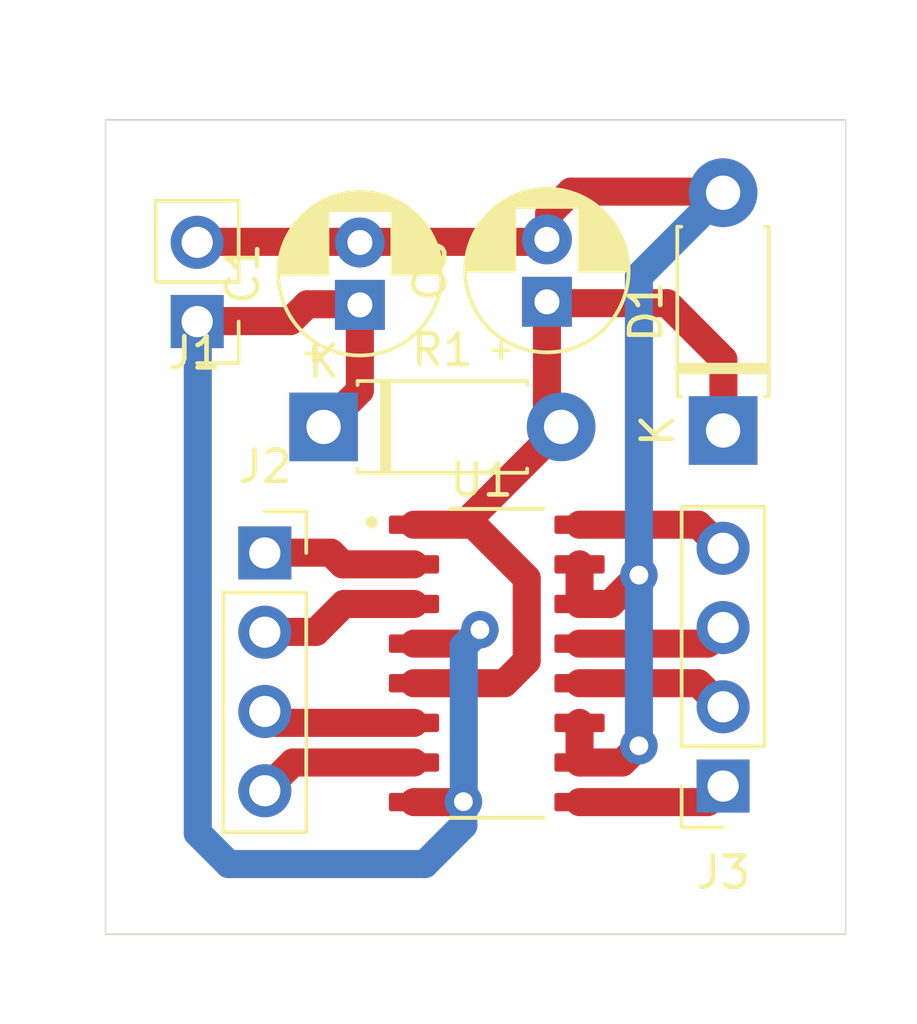
<source format=kicad_pcb>
(kicad_pcb (version 20240108) (generator "pcbnew") (generator_version "8.0")
  (layers (0 "F.Cu" signal) (31 "B.Cu" signal) (34 "B.Paste" user) (35 "F.Paste" user) (36 "B.SilkS" user "B.Silkscreen") (37 "F.SilkS" user "F.Silkscreen") (38 "B.Mask" user) (39 "F.Mask" user) (44 "Edge.Cuts" user))
  (net 0 "")
  (net 1 "GND")
  (net 2 "/vcc")
  (net 3 "Net-(J2-Pin_2)")
  (net 4 "Net-(J2-Pin_4)")
  (net 5 "Net-(J2-Pin_1)")
  (net 6 "Net-(J2-Pin_3)")
  (net 7 "Net-(J3-Pin_3)")
  (net 8 "Net-(J3-Pin_1)")
  (net 9 "Net-(J3-Pin_2)")
  (net 10 "Net-(J3-Pin_4)")
  (net 11 "/vin")
  (footprint "PVA_board:CP_Radial_D5.0mm_P2.00mm" (layer "F.Cu") (at 135.9 64.7 90)
    (property "Reference" "C3" (at -0.041 -3.75 90) (layer "F.SilkS"))
    (property "Value" "C")
    (fp_line (start -0.001 -2.58) (end -0.001 -1.04) (stroke (width 0.12)) (layer "F.SilkS"))
    (fp_line (start -0.041 -2.58) (end -0.041 -1.04) (stroke (width 0.12)) (layer "F.SilkS"))
    (fp_line (start 0.039 -2.579) (end 0.039 -1.04) (stroke (width 0.12)) (layer "F.SilkS"))
    (fp_line (start 0.079 -2.578) (end 0.079 -1.04) (stroke (width 0.12)) (layer "F.SilkS"))
    (fp_line (start 0.119 -2.576) (end 0.119 -1.04) (stroke (width 0.12)) (layer "F.SilkS"))
    (fp_line (start 0.159 -2.573) (end 0.159 -1.04) (stroke (width 0.12)) (layer "F.SilkS"))
    (fp_line (start 0.199 -2.569) (end 0.199 -1.04) (stroke (width 0.12)) (layer "F.SilkS"))
    (fp_line (start 0.239 -2.565) (end 0.239 -1.04) (stroke (width 0.12)) (layer "F.SilkS"))
    (fp_line (start 0.279 -2.561) (end 0.279 -1.04) (stroke (width 0.12)) (layer "F.SilkS"))
    (fp_line (start 0.319 -2.556) (end 0.319 -1.04) (stroke (width 0.12)) (layer "F.SilkS"))
    (fp_line (start 0.359 -2.55) (end 0.359 -1.04) (stroke (width 0.12)) (layer "F.SilkS"))
    (fp_line (start 0.399 -2.543) (end 0.399 -1.04) (stroke (width 0.12)) (layer "F.SilkS"))
    (fp_line (start 0.439 -2.536) (end 0.439 -1.04) (stroke (width 0.12)) (layer "F.SilkS"))
    (fp_line (start 0.479 -2.528) (end 0.479 -1.04) (stroke (width 0.12)) (layer "F.SilkS"))
    (fp_line (start 0.519 -2.52) (end 0.519 -1.04) (stroke (width 0.12)) (layer "F.SilkS"))
    (fp_line (start 0.559 -2.511) (end 0.559 -1.04) (stroke (width 0.12)) (layer "F.SilkS"))
    (fp_line (start 0.599 -2.501) (end 0.599 -1.04) (stroke (width 0.12)) (layer "F.SilkS"))
    (fp_line (start 0.639 -2.491) (end 0.639 -1.04) (stroke (width 0.12)) (layer "F.SilkS"))
    (fp_line (start 0.68 -2.48) (end 0.68 -1.04) (stroke (width 0.12)) (layer "F.SilkS"))
    (fp_line (start 0.72 -2.468) (end 0.72 -1.04) (stroke (width 0.12)) (layer "F.SilkS"))
    (fp_line (start 0.76 -2.455) (end 0.76 -1.04) (stroke (width 0.12)) (layer "F.SilkS"))
    (fp_line (start 0.8 -2.442) (end 0.8 -1.04) (stroke (width 0.12)) (layer "F.SilkS"))
    (fp_line (start 0.84 -2.428) (end 0.84 -1.04) (stroke (width 0.12)) (layer "F.SilkS"))
    (fp_line (start 0.88 -2.414) (end 0.88 -1.04) (stroke (width 0.12)) (layer "F.SilkS"))
    (fp_line (start 0.92 -2.398) (end 0.92 -1.04) (stroke (width 0.12)) (layer "F.SilkS"))
    (fp_line (start 0.96 -2.382) (end 0.96 -1.04) (stroke (width 0.12)) (layer "F.SilkS"))
    (fp_line (start 1 -2.365) (end 1 -1.04) (stroke (width 0.12)) (layer "F.SilkS"))
    (fp_line (start 1.04 -2.348) (end 1.04 -1.04) (stroke (width 0.12)) (layer "F.SilkS"))
    (fp_line (start 1.08 -2.329) (end 1.08 -1.04) (stroke (width 0.12)) (layer "F.SilkS"))
    (fp_line (start 1.12 -2.31) (end 1.12 -1.04) (stroke (width 0.12)) (layer "F.SilkS"))
    (fp_line (start 1.16 -2.29) (end 1.16 -1.04) (stroke (width 0.12)) (layer "F.SilkS"))
    (fp_line (start 1.2 -2.268) (end 1.2 -1.04) (stroke (width 0.12)) (layer "F.SilkS"))
    (fp_line (start 1.24 -2.247) (end 1.24 -1.04) (stroke (width 0.12)) (layer "F.SilkS"))
    (fp_line (start 1.28 -2.224) (end 1.28 -1.04) (stroke (width 0.12)) (layer "F.SilkS"))
    (fp_line (start 1.32 -2.2) (end 1.32 -1.04) (stroke (width 0.12)) (layer "F.SilkS"))
    (fp_line (start 1.36 -2.175) (end 1.36 -1.04) (stroke (width 0.12)) (layer "F.SilkS"))
    (fp_line (start 1.4 -2.149) (end 1.4 -1.04) (stroke (width 0.12)) (layer "F.SilkS"))
    (fp_line (start 1.44 -2.122) (end 1.44 -1.04) (stroke (width 0.12)) (layer "F.SilkS"))
    (fp_line (start 1.48 -2.095) (end 1.48 -1.04) (stroke (width 0.12)) (layer "F.SilkS"))
    (fp_line (start 1.52 -2.065) (end 1.52 -1.04) (stroke (width 0.12)) (layer "F.SilkS"))
    (fp_line (start 1.56 -2.035) (end 1.56 -1.04) (stroke (width 0.12)) (layer "F.SilkS"))
    (fp_line (start 1.6 -2.004) (end 1.6 -1.04) (stroke (width 0.12)) (layer "F.SilkS"))
    (fp_line (start 1.64 -1.971) (end 1.64 -1.04) (stroke (width 0.12)) (layer "F.SilkS"))
    (fp_line (start 1.68 -1.937) (end 1.68 -1.04) (stroke (width 0.12)) (layer "F.SilkS"))
    (fp_line (start 1.72 -1.901) (end 1.72 -1.04) (stroke (width 0.12)) (layer "F.SilkS"))
    (fp_line (start 1.76 -1.864) (end 1.76 -1.04) (stroke (width 0.12)) (layer "F.SilkS"))
    (fp_line (start 1.8 -1.826) (end 1.8 -1.04) (stroke (width 0.12)) (layer "F.SilkS"))
    (fp_line (start 1.84 -1.785) (end 1.84 -1.04) (stroke (width 0.12)) (layer "F.SilkS"))
    (fp_line (start 1.88 -1.743) (end 1.88 -1.04) (stroke (width 0.12)) (layer "F.SilkS"))
    (fp_line (start -2.595775 -1.725) (end -2.595775 -1.225) (stroke (width 0.12)) (layer "F.SilkS"))
    (fp_line (start 1.92 -1.699) (end 1.92 -1.04) (stroke (width 0.12)) (layer "F.SilkS"))
    (fp_line (start 1.96 -1.653) (end 1.96 -1.04) (stroke (width 0.12)) (layer "F.SilkS"))
    (fp_line (start 2 -1.605) (end 2 1.605) (stroke (width 0.12)) (layer "F.SilkS"))
    (fp_line (start 2.04 -1.554) (end 2.04 1.554) (stroke (width 0.12)) (layer "F.SilkS"))
    (fp_line (start 2.08 -1.5) (end 2.08 1.5) (stroke (width 0.12)) (layer "F.SilkS"))
    (fp_line (start -2.845775 -1.475) (end -2.345775 -1.475) (stroke (width 0.12)) (layer "F.SilkS"))
    (fp_line (start 2.12 -1.443) (end 2.12 1.443) (stroke (width 0.12)) (layer "F.SilkS"))
    (fp_line (start 2.16 -1.383) (end 2.16 1.383) (stroke (width 0.12)) (layer "F.SilkS"))
    (fp_line (start 2.2 -1.319) (end 2.2 1.319) (stroke (width 0.12)) (layer "F.SilkS"))
    (fp_line (start 2.24 -1.251) (end 2.24 1.251) (stroke (width 0.12)) (layer "F.SilkS"))
    (fp_line (start 2.28 -1.178) (end 2.28 1.178) (stroke (width 0.12)) (layer "F.SilkS"))
    (fp_line (start 2.32 -1.098) (end 2.32 1.098) (stroke (width 0.12)) (layer "F.SilkS"))
    (fp_line (start 2.36 -1.011) (end 2.36 1.011) (stroke (width 0.12)) (layer "F.SilkS"))
    (fp_line (start 2.4 -0.915) (end 2.4 0.915) (stroke (width 0.12)) (layer "F.SilkS"))
    (fp_line (start 2.44 -0.805) (end 2.44 0.805) (stroke (width 0.12)) (layer "F.SilkS"))
    (fp_line (start 2.48 -0.677) (end 2.48 0.677) (stroke (width 0.12)) (layer "F.SilkS"))
    (fp_line (start 2.52 -0.518) (end 2.52 0.518) (stroke (width 0.12)) (layer "F.SilkS"))
    (fp_line (start 2.56 -0.284) (end 2.56 0.284) (stroke (width 0.12)) (layer "F.SilkS"))
    (fp_line (start 1.96 1.04) (end 1.96 1.653) (stroke (width 0.12)) (layer "F.SilkS"))
    (fp_line (start 1.92 1.04) (end 1.92 1.699) (stroke (width 0.12)) (layer "F.SilkS"))
    (fp_line (start 1.88 1.04) (end 1.88 1.743) (stroke (width 0.12)) (layer "F.SilkS"))
    (fp_line (start 1.84 1.04) (end 1.84 1.785) (stroke (width 0.12)) (layer "F.SilkS"))
    (fp_line (start 1.8 1.04) (end 1.8 1.826) (stroke (width 0.12)) (layer "F.SilkS"))
    (fp_line (start 1.76 1.04) (end 1.76 1.864) (stroke (width 0.12)) (layer "F.SilkS"))
    (fp_line (start 1.72 1.04) (end 1.72 1.901) (stroke (width 0.12)) (layer "F.SilkS"))
    (fp_line (start 1.68 1.04) (end 1.68 1.937) (stroke (width 0.12)) (layer "F.SilkS"))
    (fp_line (start 1.64 1.04) (end 1.64 1.971) (stroke (width 0.12)) (layer "F.SilkS"))
    (fp_line (start 1.6 1.04) (end 1.6 2.004) (stroke (width 0.12)) (layer "F.SilkS"))
    (fp_line (start 1.56 1.04) (end 1.56 2.035) (stroke (width 0.12)) (layer "F.SilkS"))
    (fp_line (start 1.52 1.04) (end 1.52 2.065) (stroke (width 0.12)) (layer "F.SilkS"))
    (fp_line (start 1.48 1.04) (end 1.48 2.095) (stroke (width 0.12)) (layer "F.SilkS"))
    (fp_line (start 1.44 1.04) (end 1.44 2.122) (stroke (width 0.12)) (layer "F.SilkS"))
    (fp_line (start 1.4 1.04) (end 1.4 2.149) (stroke (width 0.12)) (layer "F.SilkS"))
    (fp_line (start 1.36 1.04) (end 1.36 2.175) (stroke (width 0.12)) (layer "F.SilkS"))
    (fp_line (start 1.32 1.04) (end 1.32 2.2) (stroke (width 0.12)) (layer "F.SilkS"))
    (fp_line (start 1.28 1.04) (end 1.28 2.224) (stroke (width 0.12)) (layer "F.SilkS"))
    (fp_line (start 1.24 1.04) (end 1.24 2.247) (stroke (width 0.12)) (layer "F.SilkS"))
    (fp_line (start 1.2 1.04) (end 1.2 2.268) (stroke (width 0.12)) (layer "F.SilkS"))
    (fp_line (start 1.16 1.04) (end 1.16 2.29) (stroke (width 0.12)) (layer "F.SilkS"))
    (fp_line (start 1.12 1.04) (end 1.12 2.31) (stroke (width 0.12)) (layer "F.SilkS"))
    (fp_line (start 1.08 1.04) (end 1.08 2.329) (stroke (width 0.12)) (layer "F.SilkS"))
    (fp_line (start 1.04 1.04) (end 1.04 2.348) (stroke (width 0.12)) (layer "F.SilkS"))
    (fp_line (start 1 1.04) (end 1 2.365) (stroke (width 0.12)) (layer "F.SilkS"))
    (fp_line (start 0.96 1.04) (end 0.96 2.382) (stroke (width 0.12)) (layer "F.SilkS"))
    (fp_line (start 0.92 1.04) (end 0.92 2.398) (stroke (width 0.12)) (layer "F.SilkS"))
    (fp_line (start 0.88 1.04) (end 0.88 2.414) (stroke (width 0.12)) (layer "F.SilkS"))
    (fp_line (start 0.84 1.04) (end 0.84 2.428) (stroke (width 0.12)) (layer "F.SilkS"))
    (fp_line (start 0.8 1.04) (end 0.8 2.442) (stroke (width 0.12)) (layer "F.SilkS"))
    (fp_line (start 0.76 1.04) (end 0.76 2.455) (stroke (width 0.12)) (layer "F.SilkS"))
    (fp_line (start 0.72 1.04) (end 0.72 2.468) (stroke (width 0.12)) (layer "F.SilkS"))
    (fp_line (start 0.68 1.04) (end 0.68 2.48) (stroke (width 0.12)) (layer "F.SilkS"))
    (fp_line (start 0.639 1.04) (end 0.639 2.491) (stroke (width 0.12)) (layer "F.SilkS"))
    (fp_line (start 0.599 1.04) (end 0.599 2.501) (stroke (width 0.12)) (layer "F.SilkS"))
    (fp_line (start 0.559 1.04) (end 0.559 2.511) (stroke (width 0.12)) (layer "F.SilkS"))
    (fp_line (start 0.519 1.04) (end 0.519 2.52) (stroke (width 0.12)) (layer "F.SilkS"))
    (fp_line (start 0.479 1.04) (end 0.479 2.528) (stroke (width 0.12)) (layer "F.SilkS"))
    (fp_line (start 0.439 1.04) (end 0.439 2.536) (stroke (width 0.12)) (layer "F.SilkS"))
    (fp_line (start 0.399 1.04) (end 0.399 2.543) (stroke (width 0.12)) (layer "F.SilkS"))
    (fp_line (start 0.359 1.04) (end 0.359 2.55) (stroke (width 0.12)) (layer "F.SilkS"))
    (fp_line (start 0.319 1.04) (end 0.319 2.556) (stroke (width 0.12)) (layer "F.SilkS"))
    (fp_line (start 0.279 1.04) (end 0.279 2.561) (stroke (width 0.12)) (layer "F.SilkS"))
    (fp_line (start 0.239 1.04) (end 0.239 2.565) (stroke (width 0.12)) (layer "F.SilkS"))
    (fp_line (start 0.199 1.04) (end 0.199 2.569) (stroke (width 0.12)) (layer "F.SilkS"))
    (fp_line (start 0.159 1.04) (end 0.159 2.573) (stroke (width 0.12)) (layer "F.SilkS"))
    (fp_line (start 0.119 1.04) (end 0.119 2.576) (stroke (width 0.12)) (layer "F.SilkS"))
    (fp_line (start 0.079 1.04) (end 0.079 2.578) (stroke (width 0.12)) (layer "F.SilkS"))
    (fp_line (start 0.039 1.04) (end 0.039 2.579) (stroke (width 0.12)) (layer "F.SilkS"))
    (fp_line (start -0.001 1.04) (end -0.001 2.58) (stroke (width 0.12)) (layer "F.SilkS"))
    (fp_line (start -0.041 1.04) (end -0.041 2.58) (stroke (width 0.12)) (layer "F.SilkS"))
    (fp_circle (center -0.041 0) (end 2.579 0) (stroke (width 0.12)) (fill none) (layer "F.SilkS"))
    (pad "1" thru_hole rect (at -1.041 0 90) (size 1.6 1.6) (drill 0.8) (layers "*.Cu" "*.Mask") (net 2 "/vcc"))
    (pad "2" thru_hole circle (at 0.959 0 90) (size 1.6 1.6) (drill 0.8) (layers "*.Cu" "*.Mask") (net 1 "GND"))
  )
  (footprint "PVA_board:D_DO-41_SOD81_P7.62mm_Horizontal" (layer "F.Cu") (at 132.5 69.75)
    (property "Reference" "R1" (at 0.045 -2.47 0) (layer "F.SilkS"))
    (property "Value" "R")
    (fp_line (start -2.675 -1.47) (end 2.765 -1.47) (stroke (width 0.12)) (layer "F.SilkS"))
    (fp_line (start -2.675 -1.34) (end -2.675 -1.47) (stroke (width 0.12)) (layer "F.SilkS"))
    (fp_line (start -2.675 1.34) (end -2.675 1.47) (stroke (width 0.12)) (layer "F.SilkS"))
    (fp_line (start -2.675 1.47) (end 2.765 1.47) (stroke (width 0.12)) (layer "F.SilkS"))
    (fp_line (start -1.895 -1.47) (end -1.895 1.47) (stroke (width 0.12)) (layer "F.SilkS"))
    (fp_line (start -1.775 -1.47) (end -1.775 1.47) (stroke (width 0.12)) (layer "F.SilkS"))
    (fp_line (start -1.655 -1.47) (end -1.655 1.47) (stroke (width 0.12)) (layer "F.SilkS"))
    (fp_line (start 2.765 -1.47) (end 2.765 -1.34) (stroke (width 0.12)) (layer "F.SilkS"))
    (fp_line (start 2.765 1.47) (end 2.765 1.34) (stroke (width 0.12)) (layer "F.SilkS"))
    (fp_text user "K" (at -3.765 -2.1 0) (layer "F.SilkS"))
    (pad "1" thru_hole rect (at -3.765 0) (size 2.2 2.2) (drill 1.1) (layers "*.Cu" "*.Mask") (net 11 "/vin"))
    (pad "2" thru_hole oval (at 3.855 0) (size 2.2 2.2) (drill 1.1) (layers "*.Cu" "*.Mask") (net 2 "/vcc"))
  )
  (footprint "PVA_board:D_DO-41_SOD81_P7.62mm_Horizontal" (layer "F.Cu") (at 141.55 66.1 90)
    (property "Reference" "D1" (at 0.045 -2.47 90) (layer "F.SilkS"))
    (property "Value" "D")
    (fp_line (start 2.765 -1.47) (end 2.765 -1.34) (stroke (width 0.12)) (layer "F.SilkS"))
    (fp_line (start -1.655 -1.47) (end -1.655 1.47) (stroke (width 0.12)) (layer "F.SilkS"))
    (fp_line (start -1.775 -1.47) (end -1.775 1.47) (stroke (width 0.12)) (layer "F.SilkS"))
    (fp_line (start -1.895 -1.47) (end -1.895 1.47) (stroke (width 0.12)) (layer "F.SilkS"))
    (fp_line (start -2.675 -1.47) (end 2.765 -1.47) (stroke (width 0.12)) (layer "F.SilkS"))
    (fp_line (start -2.675 -1.34) (end -2.675 -1.47) (stroke (width 0.12)) (layer "F.SilkS"))
    (fp_line (start -2.675 1.34) (end -2.675 1.47) (stroke (width 0.12)) (layer "F.SilkS"))
    (fp_line (start 2.765 1.47) (end 2.765 1.34) (stroke (width 0.12)) (layer "F.SilkS"))
    (fp_line (start -2.675 1.47) (end 2.765 1.47) (stroke (width 0.12)) (layer "F.SilkS"))
    (fp_text user "K" (at -3.765 -2.1 90) (layer "F.SilkS"))
    (pad "1" thru_hole rect (at -3.765 0 90) (size 2.2 2.2) (drill 1.1) (layers "*.Cu" "*.Mask") (net 2 "/vcc"))
    (pad "2" thru_hole oval (at 3.855 0 90) (size 2.2 2.2) (drill 1.1) (layers "*.Cu" "*.Mask") (net 1 "GND"))
  )
  (footprint "PVA_board:PinHeader_1x02_P2.54mm_Vertical" (layer "F.Cu") (at 124.6 65.055 180)
    (property "Reference" "J1" (at 0 -2.33 0) (layer "F.SilkS"))
    (property "Value" "Conn_01x02_Pin")
    (fp_line (start 1.25 -0.05) (end 1.25 2.55) (stroke (width 0.12)) (layer "F.SilkS"))
    (fp_line (start -1.41 2.55) (end 1.25 2.55) (stroke (width 0.12)) (layer "F.SilkS"))
    (fp_line (start -1.41 -0.05) (end 1.25 -0.05) (stroke (width 0.12)) (layer "F.SilkS"))
    (fp_line (start -1.41 -0.05) (end -1.41 2.55) (stroke (width 0.12)) (layer "F.SilkS"))
    (fp_line (start -1.41 -1.32) (end -1.41 -2.65) (stroke (width 0.12)) (layer "F.SilkS"))
    (fp_line (start -1.41 -2.65) (end -0.08 -2.65) (stroke (width 0.12)) (layer "F.SilkS"))
    (pad "1" thru_hole rect (at -0.08 -1.32 180) (size 1.7 1.7) (drill 1) (layers "*.Cu" "*.Mask") (net 11 "/vin"))
    (pad "2" thru_hole oval (at -0.08 1.22 180) (size 1.7 1.7) (drill 1) (layers "*.Cu" "*.Mask") (net 1 "GND"))
  )
  (footprint "PVA_board:mx1508" (layer "F.Cu") (at 134.29 77.33)
    (property "Reference" "U1" (at -0.485 -5.872 0) (layer "F.SilkS"))
    (property "Value" "MX1508")
    (fp_line (start -1.5 -4.95) (end 1.5 -4.95) (stroke (width 0.127)) (layer "F.SilkS"))
    (fp_line (start -1.5 4.95) (end 1.5 4.95) (stroke (width 0.127)) (layer "F.SilkS"))
    (fp_circle (center -4.011 -4.527) (end -3.911 -4.527) (stroke (width 0.2)) (fill none) (layer "F.SilkS"))
    (pad "1" smd roundrect (at -2.655 -4.445) (size 1.61 0.59) (layers "F.Cu" "F.Paste" "F.Mask") (roundrect_rratio 0.125) (net 2 "/vcc"))
    (pad "2" smd roundrect (at -2.655 -3.175) (size 1.61 0.59) (layers "F.Cu" "F.Paste" "F.Mask") (roundrect_rratio 0.125) (net 5 "Net-(J2-Pin_1)"))
    (pad "3" smd roundrect (at -2.655 -1.905) (size 1.61 0.59) (layers "F.Cu" "F.Paste" "F.Mask") (roundrect_rratio 0.125) (net 3 "Net-(J2-Pin_2)"))
    (pad "4" smd roundrect (at -2.655 -0.635) (size 1.61 0.59) (layers "F.Cu" "F.Paste" "F.Mask") (roundrect_rratio 0.125) (net 11 "/vin"))
    (pad "5" smd roundrect (at -2.655 0.635) (size 1.61 0.59) (layers "F.Cu" "F.Paste" "F.Mask") (roundrect_rratio 0.125) (net 2 "/vcc"))
    (pad "6" smd roundrect (at -2.655 1.905) (size 1.61 0.59) (layers "F.Cu" "F.Paste" "F.Mask") (roundrect_rratio 0.125) (net 6 "Net-(J2-Pin_3)"))
    (pad "7" smd roundrect (at -2.655 3.175) (size 1.61 0.59) (layers "F.Cu" "F.Paste" "F.Mask") (roundrect_rratio 0.125) (net 4 "Net-(J2-Pin_4)"))
    (pad "8" smd roundrect (at -2.655 4.445) (size 1.61 0.59) (layers "F.Cu" "F.Paste" "F.Mask") (roundrect_rratio 0.125) (net 11 "/vin"))
    (pad "9" smd roundrect (at 2.655 4.445) (size 1.61 0.59) (layers "F.Cu" "F.Paste" "F.Mask") (roundrect_rratio 0.125) (net 8 "Net-(J3-Pin_1)"))
    (pad "10" smd roundrect (at 2.655 3.175) (size 1.61 0.59) (layers "F.Cu" "F.Paste" "F.Mask") (roundrect_rratio 0.125) (net 1 "GND"))
    (pad "11" smd roundrect (at 2.655 1.905) (size 1.61 0.59) (layers "F.Cu" "F.Paste" "F.Mask") (roundrect_rratio 0.125) (net 1 "GND"))
    (pad "12" smd roundrect (at 2.655 0.635) (size 1.61 0.59) (layers "F.Cu" "F.Paste" "F.Mask") (roundrect_rratio 0.125) (net 9 "Net-(J3-Pin_2)"))
    (pad "13" smd roundrect (at 2.655 -0.635) (size 1.61 0.59) (layers "F.Cu" "F.Paste" "F.Mask") (roundrect_rratio 0.125) (net 7 "Net-(J3-Pin_3)"))
    (pad "14" smd roundrect (at 2.655 -1.905) (size 1.61 0.59) (layers "F.Cu" "F.Paste" "F.Mask") (roundrect_rratio 0.125) (net 1 "GND"))
    (pad "15" smd roundrect (at 2.655 -3.175) (size 1.61 0.59) (layers "F.Cu" "F.Paste" "F.Mask") (roundrect_rratio 0.125) (net 1 "GND"))
    (pad "16" smd roundrect (at 2.655 -4.445) (size 1.61 0.59) (layers "F.Cu" "F.Paste" "F.Mask") (roundrect_rratio 0.125) (net 10 "Net-(J3-Pin_4)"))
  )
  (footprint "PVA_board:CP_Radial_D5.0mm_P2.00mm" (layer "F.Cu") (at 129.9 64.8 90)
    (property "Reference" "C1" (at -0.041 -3.75 90) (layer "F.SilkS"))
    (property "Value" "C")
    (fp_line (start -0.001 -2.58) (end -0.001 -1.04) (stroke (width 0.12)) (layer "F.SilkS"))
    (fp_line (start -0.041 -2.58) (end -0.041 -1.04) (stroke (width 0.12)) (layer "F.SilkS"))
    (fp_line (start 0.039 -2.579) (end 0.039 -1.04) (stroke (width 0.12)) (layer "F.SilkS"))
    (fp_line (start 0.079 -2.578) (end 0.079 -1.04) (stroke (width 0.12)) (layer "F.SilkS"))
    (fp_line (start 0.119 -2.576) (end 0.119 -1.04) (stroke (width 0.12)) (layer "F.SilkS"))
    (fp_line (start 0.159 -2.573) (end 0.159 -1.04) (stroke (width 0.12)) (layer "F.SilkS"))
    (fp_line (start 0.199 -2.569) (end 0.199 -1.04) (stroke (width 0.12)) (layer "F.SilkS"))
    (fp_line (start 0.239 -2.565) (end 0.239 -1.04) (stroke (width 0.12)) (layer "F.SilkS"))
    (fp_line (start 0.279 -2.561) (end 0.279 -1.04) (stroke (width 0.12)) (layer "F.SilkS"))
    (fp_line (start 0.319 -2.556) (end 0.319 -1.04) (stroke (width 0.12)) (layer "F.SilkS"))
    (fp_line (start 0.359 -2.55) (end 0.359 -1.04) (stroke (width 0.12)) (layer "F.SilkS"))
    (fp_line (start 0.399 -2.543) (end 0.399 -1.04) (stroke (width 0.12)) (layer "F.SilkS"))
    (fp_line (start 0.439 -2.536) (end 0.439 -1.04) (stroke (width 0.12)) (layer "F.SilkS"))
    (fp_line (start 0.479 -2.528) (end 0.479 -1.04) (stroke (width 0.12)) (layer "F.SilkS"))
    (fp_line (start 0.519 -2.52) (end 0.519 -1.04) (stroke (width 0.12)) (layer "F.SilkS"))
    (fp_line (start 0.559 -2.511) (end 0.559 -1.04) (stroke (width 0.12)) (layer "F.SilkS"))
    (fp_line (start 0.599 -2.501) (end 0.599 -1.04) (stroke (width 0.12)) (layer "F.SilkS"))
    (fp_line (start 0.639 -2.491) (end 0.639 -1.04) (stroke (width 0.12)) (layer "F.SilkS"))
    (fp_line (start 0.68 -2.48) (end 0.68 -1.04) (stroke (width 0.12)) (layer "F.SilkS"))
    (fp_line (start 0.72 -2.468) (end 0.72 -1.04) (stroke (width 0.12)) (layer "F.SilkS"))
    (fp_line (start 0.76 -2.455) (end 0.76 -1.04) (stroke (width 0.12)) (layer "F.SilkS"))
    (fp_line (start 0.8 -2.442) (end 0.8 -1.04) (stroke (width 0.12)) (layer "F.SilkS"))
    (fp_line (start 0.84 -2.428) (end 0.84 -1.04) (stroke (width 0.12)) (layer "F.SilkS"))
    (fp_line (start 0.88 -2.414) (end 0.88 -1.04) (stroke (width 0.12)) (layer "F.SilkS"))
    (fp_line (start 0.92 -2.398) (end 0.92 -1.04) (stroke (width 0.12)) (layer "F.SilkS"))
    (fp_line (start 0.96 -2.382) (end 0.96 -1.04) (stroke (width 0.12)) (layer "F.SilkS"))
    (fp_line (start 1 -2.365) (end 1 -1.04) (stroke (width 0.12)) (layer "F.SilkS"))
    (fp_line (start 1.04 -2.348) (end 1.04 -1.04) (stroke (width 0.12)) (layer "F.SilkS"))
    (fp_line (start 1.08 -2.329) (end 1.08 -1.04) (stroke (width 0.12)) (layer "F.SilkS"))
    (fp_line (start 1.12 -2.31) (end 1.12 -1.04) (stroke (width 0.12)) (layer "F.SilkS"))
    (fp_line (start 1.16 -2.29) (end 1.16 -1.04) (stroke (width 0.12)) (layer "F.SilkS"))
    (fp_line (start 1.2 -2.268) (end 1.2 -1.04) (stroke (width 0.12)) (layer "F.SilkS"))
    (fp_line (start 1.24 -2.247) (end 1.24 -1.04) (stroke (width 0.12)) (layer "F.SilkS"))
    (fp_line (start 1.28 -2.224) (end 1.28 -1.04) (stroke (width 0.12)) (layer "F.SilkS"))
    (fp_line (start 1.32 -2.2) (end 1.32 -1.04) (stroke (width 0.12)) (layer "F.SilkS"))
    (fp_line (start 1.36 -2.175) (end 1.36 -1.04) (stroke (width 0.12)) (layer "F.SilkS"))
    (fp_line (start 1.4 -2.149) (end 1.4 -1.04) (stroke (width 0.12)) (layer "F.SilkS"))
    (fp_line (start 1.44 -2.122) (end 1.44 -1.04) (stroke (width 0.12)) (layer "F.SilkS"))
    (fp_line (start 1.48 -2.095) (end 1.48 -1.04) (stroke (width 0.12)) (layer "F.SilkS"))
    (fp_line (start 1.52 -2.065) (end 1.52 -1.04) (stroke (width 0.12)) (layer "F.SilkS"))
    (fp_line (start 1.56 -2.035) (end 1.56 -1.04) (stroke (width 0.12)) (layer "F.SilkS"))
    (fp_line (start 1.6 -2.004) (end 1.6 -1.04) (stroke (width 0.12)) (layer "F.SilkS"))
    (fp_line (start 1.64 -1.971) (end 1.64 -1.04) (stroke (width 0.12)) (layer "F.SilkS"))
    (fp_line (start 1.68 -1.937) (end 1.68 -1.04) (stroke (width 0.12)) (layer "F.SilkS"))
    (fp_line (start 1.72 -1.901) (end 1.72 -1.04) (stroke (width 0.12)) (layer "F.SilkS"))
    (fp_line (start 1.76 -1.864) (end 1.76 -1.04) (stroke (width 0.12)) (layer "F.SilkS"))
    (fp_line (start 1.8 -1.826) (end 1.8 -1.04) (stroke (width 0.12)) (layer "F.SilkS"))
    (fp_line (start 1.84 -1.785) (end 1.84 -1.04) (stroke (width 0.12)) (layer "F.SilkS"))
    (fp_line (start 1.88 -1.743) (end 1.88 -1.04) (stroke (width 0.12)) (layer "F.SilkS"))
    (fp_line (start -2.595775 -1.725) (end -2.595775 -1.225) (stroke (width 0.12)) (layer "F.SilkS"))
    (fp_line (start 1.92 -1.699) (end 1.92 -1.04) (stroke (width 0.12)) (layer "F.SilkS"))
    (fp_line (start 1.96 -1.653) (end 1.96 -1.04) (stroke (width 0.12)) (layer "F.SilkS"))
    (fp_line (start 2 -1.605) (end 2 1.605) (stroke (width 0.12)) (layer "F.SilkS"))
    (fp_line (start 2.04 -1.554) (end 2.04 1.554) (stroke (width 0.12)) (layer "F.SilkS"))
    (fp_line (start 2.08 -1.5) (end 2.08 1.5) (stroke (width 0.12)) (layer "F.SilkS"))
    (fp_line (start -2.845775 -1.475) (end -2.345775 -1.475) (stroke (width 0.12)) (layer "F.SilkS"))
    (fp_line (start 2.12 -1.443) (end 2.12 1.443) (stroke (width 0.12)) (layer "F.SilkS"))
    (fp_line (start 2.16 -1.383) (end 2.16 1.383) (stroke (width 0.12)) (layer "F.SilkS"))
    (fp_line (start 2.2 -1.319) (end 2.2 1.319) (stroke (width 0.12)) (layer "F.SilkS"))
    (fp_line (start 2.24 -1.251) (end 2.24 1.251) (stroke (width 0.12)) (layer "F.SilkS"))
    (fp_line (start 2.28 -1.178) (end 2.28 1.178) (stroke (width 0.12)) (layer "F.SilkS"))
    (fp_line (start 2.32 -1.098) (end 2.32 1.098) (stroke (width 0.12)) (layer "F.SilkS"))
    (fp_line (start 2.36 -1.011) (end 2.36 1.011) (stroke (width 0.12)) (layer "F.SilkS"))
    (fp_line (start 2.4 -0.915) (end 2.4 0.915) (stroke (width 0.12)) (layer "F.SilkS"))
    (fp_line (start 2.44 -0.805) (end 2.44 0.805) (stroke (width 0.12)) (layer "F.SilkS"))
    (fp_line (start 2.48 -0.677) (end 2.48 0.677) (stroke (width 0.12)) (layer "F.SilkS"))
    (fp_line (start 2.52 -0.518) (end 2.52 0.518) (stroke (width 0.12)) (layer "F.SilkS"))
    (fp_line (start 2.56 -0.284) (end 2.56 0.284) (stroke (width 0.12)) (layer "F.SilkS"))
    (fp_line (start 1.96 1.04) (end 1.96 1.653) (stroke (width 0.12)) (layer "F.SilkS"))
    (fp_line (start 1.92 1.04) (end 1.92 1.699) (stroke (width 0.12)) (layer "F.SilkS"))
    (fp_line (start 1.88 1.04) (end 1.88 1.743) (stroke (width 0.12)) (layer "F.SilkS"))
    (fp_line (start 1.84 1.04) (end 1.84 1.785) (stroke (width 0.12)) (layer "F.SilkS"))
    (fp_line (start 1.8 1.04) (end 1.8 1.826) (stroke (width 0.12)) (layer "F.SilkS"))
    (fp_line (start 1.76 1.04) (end 1.76 1.864) (stroke (width 0.12)) (layer "F.SilkS"))
    (fp_line (start 1.72 1.04) (end 1.72 1.901) (stroke (width 0.12)) (layer "F.SilkS"))
    (fp_line (start 1.68 1.04) (end 1.68 1.937) (stroke (width 0.12)) (layer "F.SilkS"))
    (fp_line (start 1.64 1.04) (end 1.64 1.971) (stroke (width 0.12)) (layer "F.SilkS"))
    (fp_line (start 1.6 1.04) (end 1.6 2.004) (stroke (width 0.12)) (layer "F.SilkS"))
    (fp_line (start 1.56 1.04) (end 1.56 2.035) (stroke (width 0.12)) (layer "F.SilkS"))
    (fp_line (start 1.52 1.04) (end 1.52 2.065) (stroke (width 0.12)) (layer "F.SilkS"))
    (fp_line (start 1.48 1.04) (end 1.48 2.095) (stroke (width 0.12)) (layer "F.SilkS"))
    (fp_line (start 1.44 1.04) (end 1.44 2.122) (stroke (width 0.12)) (layer "F.SilkS"))
    (fp_line (start 1.4 1.04) (end 1.4 2.149) (stroke (width 0.12)) (layer "F.SilkS"))
    (fp_line (start 1.36 1.04) (end 1.36 2.175) (stroke (width 0.12)) (layer "F.SilkS"))
    (fp_line (start 1.32 1.04) (end 1.32 2.2) (stroke (width 0.12)) (layer "F.SilkS"))
    (fp_line (start 1.28 1.04) (end 1.28 2.224) (stroke (width 0.12)) (layer "F.SilkS"))
    (fp_line (start 1.24 1.04) (end 1.24 2.247) (stroke (width 0.12)) (layer "F.SilkS"))
    (fp_line (start 1.2 1.04) (end 1.2 2.268) (stroke (width 0.12)) (layer "F.SilkS"))
    (fp_line (start 1.16 1.04) (end 1.16 2.29) (stroke (width 0.12)) (layer "F.SilkS"))
    (fp_line (start 1.12 1.04) (end 1.12 2.31) (stroke (width 0.12)) (layer "F.SilkS"))
    (fp_line (start 1.08 1.04) (end 1.08 2.329) (stroke (width 0.12)) (layer "F.SilkS"))
    (fp_line (start 1.04 1.04) (end 1.04 2.348) (stroke (width 0.12)) (layer "F.SilkS"))
    (fp_line (start 1 1.04) (end 1 2.365) (stroke (width 0.12)) (layer "F.SilkS"))
    (fp_line (start 0.96 1.04) (end 0.96 2.382) (stroke (width 0.12)) (layer "F.SilkS"))
    (fp_line (start 0.92 1.04) (end 0.92 2.398) (stroke (width 0.12)) (layer "F.SilkS"))
    (fp_line (start 0.88 1.04) (end 0.88 2.414) (stroke (width 0.12)) (layer "F.SilkS"))
    (fp_line (start 0.84 1.04) (end 0.84 2.428) (stroke (width 0.12)) (layer "F.SilkS"))
    (fp_line (start 0.8 1.04) (end 0.8 2.442) (stroke (width 0.12)) (layer "F.SilkS"))
    (fp_line (start 0.76 1.04) (end 0.76 2.455) (stroke (width 0.12)) (layer "F.SilkS"))
    (fp_line (start 0.72 1.04) (end 0.72 2.468) (stroke (width 0.12)) (layer "F.SilkS"))
    (fp_line (start 0.68 1.04) (end 0.68 2.48) (stroke (width 0.12)) (layer "F.SilkS"))
    (fp_line (start 0.639 1.04) (end 0.639 2.491) (stroke (width 0.12)) (layer "F.SilkS"))
    (fp_line (start 0.599 1.04) (end 0.599 2.501) (stroke (width 0.12)) (layer "F.SilkS"))
    (fp_line (start 0.559 1.04) (end 0.559 2.511) (stroke (width 0.12)) (layer "F.SilkS"))
    (fp_line (start 0.519 1.04) (end 0.519 2.52) (stroke (width 0.12)) (layer "F.SilkS"))
    (fp_line (start 0.479 1.04) (end 0.479 2.528) (stroke (width 0.12)) (layer "F.SilkS"))
    (fp_line (start 0.439 1.04) (end 0.439 2.536) (stroke (width 0.12)) (layer "F.SilkS"))
    (fp_line (start 0.399 1.04) (end 0.399 2.543) (stroke (width 0.12)) (layer "F.SilkS"))
    (fp_line (start 0.359 1.04) (end 0.359 2.55) (stroke (width 0.12)) (layer "F.SilkS"))
    (fp_line (start 0.319 1.04) (end 0.319 2.556) (stroke (width 0.12)) (layer "F.SilkS"))
    (fp_line (start 0.279 1.04) (end 0.279 2.561) (stroke (width 0.12)) (layer "F.SilkS"))
    (fp_line (start 0.239 1.04) (end 0.239 2.565) (stroke (width 0.12)) (layer "F.SilkS"))
    (fp_line (start 0.199 1.04) (end 0.199 2.569) (stroke (width 0.12)) (layer "F.SilkS"))
    (fp_line (start 0.159 1.04) (end 0.159 2.573) (stroke (width 0.12)) (layer "F.SilkS"))
    (fp_line (start 0.119 1.04) (end 0.119 2.576) (stroke (width 0.12)) (layer "F.SilkS"))
    (fp_line (start 0.079 1.04) (end 0.079 2.578) (stroke (width 0.12)) (layer "F.SilkS"))
    (fp_line (start 0.039 1.04) (end 0.039 2.579) (stroke (width 0.12)) (layer "F.SilkS"))
    (fp_line (start -0.001 1.04) (end -0.001 2.58) (stroke (width 0.12)) (layer "F.SilkS"))
    (fp_line (start -0.041 1.04) (end -0.041 2.58) (stroke (width 0.12)) (layer "F.SilkS"))
    (fp_circle (center -0.041 0) (end 2.579 0) (stroke (width 0.12)) (fill none) (layer "F.SilkS"))
    (pad "1" thru_hole rect (at -1.041 0 90) (size 1.6 1.6) (drill 0.8) (layers "*.Cu" "*.Mask") (net 11 "/vin"))
    (pad "2" thru_hole circle (at 0.959 0 90) (size 1.6 1.6) (drill 0.8) (layers "*.Cu" "*.Mask") (net 1 "GND"))
  )
  (footprint "PVA_board:PinSocket_1x04_P2.54mm_Vertical" (layer "F.Cu") (at 141.55 77.4 180)
    (property "Reference" "J3" (at 0 -6.63 180) (layer "F.SilkS"))
    (property "Value" "Conn_01x04_Pin")
    (fp_line (start 1.33 -2.59) (end 1.33 5.09) (stroke (width 0.12)) (layer "F.SilkS"))
    (fp_line (start 1.33 -5.19) (end 1.33 -3.86) (stroke (width 0.12)) (layer "F.SilkS"))
    (fp_line (start 0 -5.19) (end 1.33 -5.19) (stroke (width 0.12)) (layer "F.SilkS"))
    (fp_line (start -1.33 5.09) (end 1.33 5.09) (stroke (width 0.12)) (layer "F.SilkS"))
    (fp_line (start -1.33 -2.59) (end 1.33 -2.59) (stroke (width 0.12)) (layer "F.SilkS"))
    (fp_line (start -1.33 -2.59) (end -1.33 5.09) (stroke (width 0.12)) (layer "F.SilkS"))
    (pad "1" thru_hole rect (at 0 -3.86 180) (size 1.7 1.7) (drill 1) (layers "*.Cu" "*.Mask") (net 8 "Net-(J3-Pin_1)"))
    (pad "2" thru_hole oval (at 0 -1.32 180) (size 1.7 1.7) (drill 1) (layers "*.Cu" "*.Mask") (net 9 "Net-(J3-Pin_2)"))
    (pad "3" thru_hole oval (at 0 1.22 180) (size 1.7 1.7) (drill 1) (layers "*.Cu" "*.Mask") (net 7 "Net-(J3-Pin_3)"))
    (pad "4" thru_hole oval (at 0 3.76 180) (size 1.7 1.7) (drill 1) (layers "*.Cu" "*.Mask") (net 10 "Net-(J3-Pin_4)"))
  )
  (footprint "PVA_board:PinSocket_1x04_P2.54mm_Vertical" (layer "F.Cu") (at 126.85 77.65)
    (property "Reference" "J2" (at 0 -6.63 0) (layer "F.SilkS"))
    (property "Value" "Conn_01x04_Pin")
    (fp_line (start -1.33 -2.59) (end -1.33 5.09) (stroke (width 0.12)) (layer "F.SilkS"))
    (fp_line (start -1.33 -2.59) (end 1.33 -2.59) (stroke (width 0.12)) (layer "F.SilkS"))
    (fp_line (start -1.33 5.09) (end 1.33 5.09) (stroke (width 0.12)) (layer "F.SilkS"))
    (fp_line (start 0 -5.19) (end 1.33 -5.19) (stroke (width 0.12)) (layer "F.SilkS"))
    (fp_line (start 1.33 -5.19) (end 1.33 -3.86) (stroke (width 0.12)) (layer "F.SilkS"))
    (fp_line (start 1.33 -2.59) (end 1.33 5.09) (stroke (width 0.12)) (layer "F.SilkS"))
    (pad "1" thru_hole rect (at 0 -3.86) (size 1.7 1.7) (drill 1) (layers "*.Cu" "*.Mask") (net 5 "Net-(J2-Pin_1)"))
    (pad "2" thru_hole oval (at 0 -1.32) (size 1.7 1.7) (drill 1) (layers "*.Cu" "*.Mask") (net 3 "Net-(J2-Pin_2)"))
    (pad "3" thru_hole oval (at 0 1.22) (size 1.7 1.7) (drill 1) (layers "*.Cu" "*.Mask") (net 6 "Net-(J2-Pin_3)"))
    (pad "4" thru_hole oval (at 0 3.76) (size 1.7 1.7) (drill 1) (layers "*.Cu" "*.Mask") (net 4 "Net-(J2-Pin_4)"))
  )
  (gr_rect (start 121.74 59.91) (end 145.48 86.01) (stroke (width 0.05)) (fill none) (layer "Edge.Cuts"))
  (segment (start 124.7 63.82) (end 129.93 63.82) (width 0.9) (layer "F.Cu") (net 1))
  (segment (start 137.925 75.425) (end 136.945 75.425) (width 0.9) (layer "F.Cu") (net 1))
  (segment (start 138.315 80.505) (end 138.85 79.97) (width 0.9) (layer "F.Cu") (net 1))
  (segment (start 135.97 62.91) (end 136.67 62.21) (width 0.9) (layer "F.Cu") (net 1))
  (segment (start 136.945 80.505) (end 138.315 80.505) (width 0.9) (layer "F.Cu") (net 1))
  (segment (start 136.945 79.235) (end 136.945 80.505) (width 0.9) (layer "F.Cu") (net 1))
  (segment (start 135.97 63.785112) (end 135.97 62.91) (width 0.9) (layer "F.Cu") (net 1))
  (segment (start 129.93 63.82) (end 135.935112 63.82) (width 0.9) (layer "F.Cu") (net 1))
  (segment (start 135.935112 63.82) (end 135.97 63.785112) (width 0.9) (layer "F.Cu") (net 1))
  (segment (start 136.945 74.155) (end 136.945 75.425) (width 0.9) (layer "F.Cu") (net 1))
  (segment (start 138.85 74.5) (end 137.925 75.425) (width 0.9) (layer "F.Cu") (net 1))
  (segment (start 136.67 62.21) (end 141.56 62.21) (width 0.9) (layer "F.Cu") (net 1))
  (via (at 138.85 74.5) (size 1.2) (drill 0.6) (layers "F.Cu" "B.Cu") (net 1))
  (via (at 138.85 79.97) (size 1.2) (drill 0.6) (layers "F.Cu" "B.Cu") (net 1))
  (segment (start 138.85 74.5) (end 138.85 64.92) (width 0.9) (layer "B.Cu") (net 1))
  (segment (start 138.85 74.5) (end 138.85 79.97) (width 0.9) (layer "B.Cu") (net 1))
  (segment (start 138.85 64.92) (end 141.56 62.21) (width 0.9) (layer "B.Cu") (net 1))
  (segment (start 135.25 77.25) (end 135.25 74.6) (width 0.9) (layer "F.Cu") (net 2))
  (segment (start 135.9 69.295) (end 136.355 69.75) (width 0.9) (layer "F.Cu") (net 2))
  (segment (start 133.535 72.885) (end 131.635 72.885) (width 0.9) (layer "F.Cu") (net 2))
  (segment (start 135.9 65.741) (end 135.9 69.295) (width 0.9) (layer "F.Cu") (net 2))
  (segment (start 141.56 69.83) (end 141.56 67.59) (width 0.9) (layer "F.Cu") (net 2))
  (segment (start 141.56 67.59) (end 139.755112 65.785112) (width 0.9) (layer "F.Cu") (net 2))
  (segment (start 134.535 77.965) (end 135.25 77.25) (width 0.9) (layer "F.Cu") (net 2))
  (segment (start 133.22 72.885) (end 136.355 69.75) (width 0.9) (layer "F.Cu") (net 2))
  (segment (start 135.25 74.6) (end 133.535 72.885) (width 0.9) (layer "F.Cu") (net 2))
  (segment (start 131.635 77.965) (end 134.535 77.965) (width 0.9) (layer "F.Cu") (net 2))
  (segment (start 139.755112 65.785112) (end 135.97 65.785112) (width 0.9) (layer "F.Cu") (net 2))
  (segment (start 129.385 75.425) (end 128.49 76.32) (width 0.9) (layer "F.Cu") (net 3))
  (segment (start 128.49 76.32) (end 126.855 76.32) (width 0.9) (layer "F.Cu") (net 3))
  (segment (start 131.635 75.425) (end 129.385 75.425) (width 0.9) (layer "F.Cu") (net 3))
  (segment (start 127.75 80.505) (end 126.855 81.4) (width 0.9) (layer "F.Cu") (net 4))
  (segment (start 131.635 80.505) (end 127.75 80.505) (width 0.9) (layer "F.Cu") (net 4))
  (segment (start 129.345 74.155) (end 128.97 73.78) (width 0.9) (layer "F.Cu") (net 5))
  (segment (start 128.97 73.78) (end 126.855 73.78) (width 0.9) (layer "F.Cu") (net 5))
  (segment (start 131.635 74.155) (end 129.345 74.155) (width 0.9) (layer "F.Cu") (net 5))
  (segment (start 127.23 79.235) (end 126.855 78.86) (width 0.9) (layer "F.Cu") (net 6))
  (segment (start 131.635 79.235) (end 127.23 79.235) (width 0.9) (layer "F.Cu") (net 6))
  (segment (start 141.055 76.695) (end 141.54 76.21) (width 0.9) (layer "F.Cu") (net 7))
  (segment (start 136.945 76.695) (end 141.055 76.695) (width 0.9) (layer "F.Cu") (net 7))
  (segment (start 141.54 81.29) (end 141.055 81.775) (width 0.9) (layer "F.Cu") (net 8))
  (segment (start 141.055 81.775) (end 136.945 81.775) (width 0.9) (layer "F.Cu") (net 8))
  (segment (start 140.755 77.965) (end 136.945 77.965) (width 0.9) (layer "F.Cu") (net 9))
  (segment (start 141.54 78.75) (end 140.755 77.965) (width 0.9) (layer "F.Cu") (net 9))
  (segment (start 141.54 73.67) (end 140.755 72.885) (width 0.9) (layer "F.Cu") (net 10))
  (segment (start 140.755 72.885) (end 136.945 72.885) (width 0.9) (layer "F.Cu") (net 10))
  (segment (start 133.205 81.775) (end 131.635 81.775) (width 0.9) (layer "F.Cu") (net 11))
  (segment (start 128.21 65.82) (end 127.67 66.36) (width 0.9) (layer "F.Cu") (net 11))
  (segment (start 129.9 65.841) (end 129.9 68.585) (width 0.9) (layer "F.Cu") (net 11))
  (segment (start 127.67 66.36) (end 124.7 66.36) (width 0.9) (layer "F.Cu") (net 11))
  (segment (start 133.75 76.25) (end 133.305 76.695) (width 0.9) (layer "F.Cu") (net 11))
  (segment (start 129.9 68.585) (end 128.735 69.75) (width 0.9) (layer "F.Cu") (net 11))
  (segment (start 133.22 81.76) (end 133.205 81.775) (width 0.9) (layer "F.Cu") (net 11))
  (segment (start 133.305 76.695) (end 131.635 76.695) (width 0.9) (layer "F.Cu") (net 11))
  (segment (start 129.93 65.82) (end 128.21 65.82) (width 0.9) (layer "F.Cu") (net 11))
  (via (at 133.22 81.76) (size 1.2) (drill 0.6) (layers "F.Cu" "B.Cu") (net 11))
  (via (at 133.75 76.25) (size 1.2) (drill 0.6) (layers "F.Cu" "B.Cu") (net 11))
  (segment (start 133.75 76.25) (end 133.23 76.77) (width 0.9) (layer "B.Cu") (net 11))
  (segment (start 124.7 66.36) (end 124.7 82.77) (width 0.9) (layer "B.Cu") (net 11))
  (segment (start 133.22 82.52) (end 133.22 81.76) (width 0.9) (layer "B.Cu") (net 11))
  (segment (start 131.98 83.76) (end 133.22 82.52) (width 0.9) (layer "B.Cu") (net 11))
  (segment (start 125.69 83.76) (end 131.98 83.76) (width 0.9) (layer "B.Cu") (net 11))
  (segment (start 124.7 82.77) (end 125.69 83.76) (width 0.9) (layer "B.Cu") (net 11))
  (segment (start 133.23 76.77) (end 133.23 81.75) (width 0.9) (layer "B.Cu") (net 11))
  (segment (start 133.23 81.75) (end 133.22 81.76) (width 0.9) (layer "B.Cu") (net 11))
)
</source>
